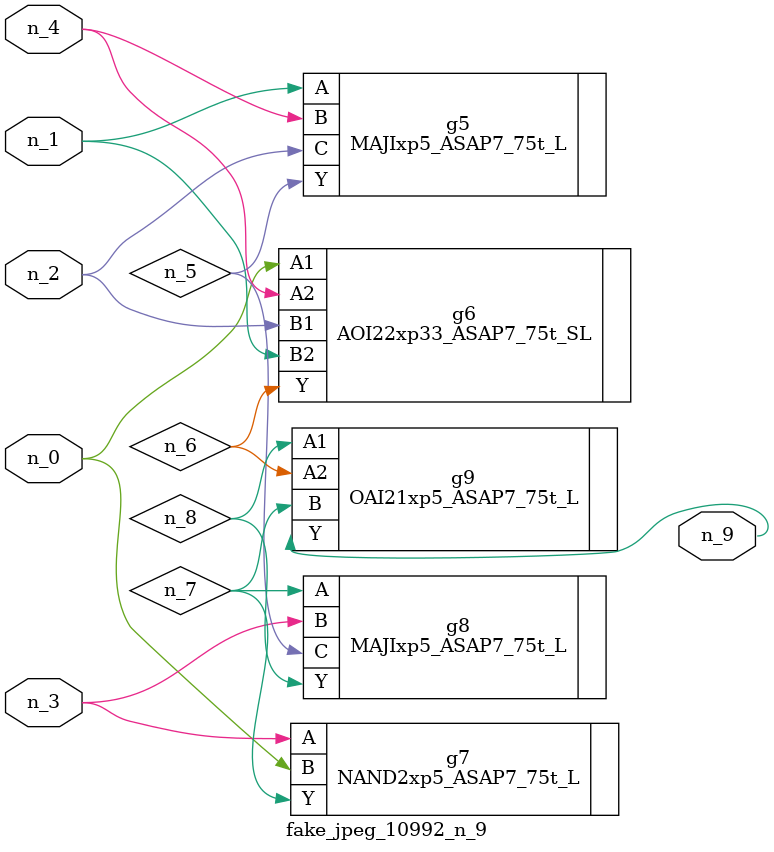
<source format=v>
module fake_jpeg_10992_n_9 (n_3, n_2, n_1, n_0, n_4, n_9);

input n_3;
input n_2;
input n_1;
input n_0;
input n_4;

output n_9;

wire n_8;
wire n_6;
wire n_5;
wire n_7;

MAJIxp5_ASAP7_75t_L g5 ( 
.A(n_1),
.B(n_4),
.C(n_2),
.Y(n_5)
);

AOI22xp33_ASAP7_75t_SL g6 ( 
.A1(n_0),
.A2(n_4),
.B1(n_2),
.B2(n_1),
.Y(n_6)
);

NAND2xp5_ASAP7_75t_L g7 ( 
.A(n_3),
.B(n_0),
.Y(n_7)
);

MAJIxp5_ASAP7_75t_L g8 ( 
.A(n_7),
.B(n_3),
.C(n_5),
.Y(n_8)
);

OAI21xp5_ASAP7_75t_L g9 ( 
.A1(n_8),
.A2(n_6),
.B(n_7),
.Y(n_9)
);


endmodule
</source>
